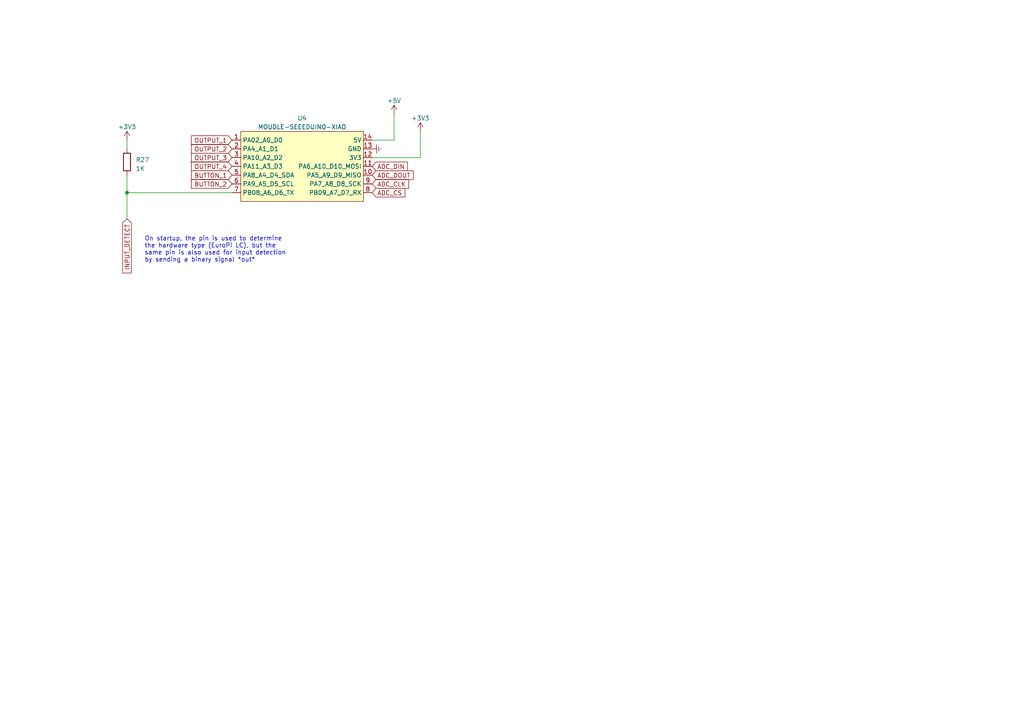
<source format=kicad_sch>
(kicad_sch (version 20230121) (generator eeschema)
  (paper "A4")
  (lib_symbols
    (symbol "Device:R" (pin_numbers hide) (pin_names (offset 0))
      (property "Reference" "R" (at 2.032 0 90))
      (property "Value" "R" (at 0 0 90))
      (symbol "R_0_1"
        (rectangle (start -1.016 -2.54) (end 1.016 2.54) (stroke (width 0.254)))
      )
      (symbol "R_1_1"
        (pin passive line (at 0 3.81 270) (length 1.27) (name "~") (number "1"))
        (pin passive line (at 0 -3.81 90) (length 1.27) (name "~") (number "2"))
      )
    )
    (symbol "MOUDLE-SEEEDUINO-XIAO:MOUDLE-SEEEDUINO-XIAO"
      (property "Reference" "U" (at -16.51 11.43 0))
      (property "Value" "MOUDLE-SEEEDUINO-XIAO" (at -3.81 -11.43 0))
      (symbol "MOUDLE-SEEEDUINO-XIAO_1_1"
        (rectangle (start -16.51 10.16) (end 19.05 -10.16) (fill (type background)))
        (pin unspecified line (at -19.05 7.62 0) (length 2.54) (name "PA02_A0_D0") (number "1"))
        (pin unspecified line (at 21.59 -2.54 180) (length 2.54) (name "PA5_A9_D9_MISO") (number "10"))
        (pin unspecified line (at 21.59 0 180) (length 2.54) (name "PA6_A10_D10_MOSI") (number "11"))
        (pin unspecified line (at 21.59 2.54 180) (length 2.54) (name "3V3") (number "12"))
        (pin unspecified line (at 21.59 5.08 180) (length 2.54) (name "GND") (number "13"))
        (pin unspecified line (at 21.59 7.62 180) (length 2.54) (name "5V") (number "14"))
        (pin unspecified line (at -19.05 5.08 0) (length 2.54) (name "PA4_A1_D1") (number "2"))
        (pin unspecified line (at -19.05 2.54 0) (length 2.54) (name "PA10_A2_D2") (number "3"))
        (pin unspecified line (at -19.0468 0.0151 0) (length 2.54) (name "PA11_A3_D3") (number "4"))
        (pin unspecified line (at -19.05 -2.54 0) (length 2.54) (name "PA8_A4_D4_SDA") (number "5"))
        (pin unspecified line (at -19.05 -5.08 0) (length 2.54) (name "PA9_A5_D5_SCL") (number "6"))
        (pin unspecified line (at -19.05 -7.62 0) (length 2.54) (name "PB08_A6_D6_TX") (number "7"))
        (pin unspecified line (at 21.59 -7.62 180) (length 2.54) (name "PB09_A7_D7_RX") (number "8"))
        (pin unspecified line (at 21.59 -5.08 180) (length 2.54) (name "PA7_A8_D8_SCK") (number "9"))
      )
    )
    (symbol "power:+3V3" (power) (pin_names (offset 0))
      (property "Value" "+3V3" (at 0 3.556 0))
      (symbol "+3V3_0_1"
        (polyline (pts (xy -0.762 1.27) (xy 0 2.54)))
        (polyline (pts (xy 0 0) (xy 0 2.54)))
        (polyline (pts (xy 0 2.54) (xy 0.762 1.27)))
      )
      (symbol "+3V3_1_1"
        (pin power_in line (at 0 0 90) (length 0) hide (name "+3V3") (number "1"))
      )
    )
    (symbol "power:+5V" (power) (pin_names (offset 0))
      (property "Value" "+5V" (at 0 3.556 0))
      (symbol "+5V_0_1"
        (polyline (pts (xy -0.762 1.27) (xy 0 2.54)))
        (polyline (pts (xy 0 0) (xy 0 2.54)))
        (polyline (pts (xy 0 2.54) (xy 0.762 1.27)))
      )
      (symbol "+5V_1_1"
        (pin power_in line (at 0 0 90) (length 0) hide (name "+5V") (number "1"))
      )
    )
    (symbol "power:Earth" (power) (pin_names (offset 0))
      (symbol "Earth_0_1"
        (polyline (pts (xy -0.635 -1.905) (xy 0.635 -1.905)))
        (polyline (pts (xy -0.127 -2.54) (xy 0.127 -2.54)))
        (polyline (pts (xy 0 -1.27) (xy 0 0)))
        (polyline (pts (xy 1.27 -1.27) (xy -1.27 -1.27)))
      )
      (symbol "Earth_1_1"
        (pin power_in line (at 0 0 270) (length 0) hide (name "Earth") (number "1"))
      )
    )
  )
  (junction (at 36.83 55.88))
  (wire (pts (xy 114.3 40.64) (xy 114.3 33.02)))
  (wire (pts (xy 121.92 38.1) (xy 121.92 45.72)))
  (wire (pts (xy 107.95 45.72) (xy 121.92 45.72)))
  (wire (pts (xy 36.83 50.8) (xy 36.83 55.88)))
  (wire (pts (xy 36.83 40.64) (xy 36.83 43.18)))
  (wire (pts (xy 67.31 55.88) (xy 36.83 55.88)))
  (wire (pts (xy 36.83 55.88) (xy 36.83 63.5)))
  (wire (pts (xy 107.95 40.64) (xy 114.3 40.64)))
  (text "On startup, the pin is used to determine\nthe hardware type (EuroPi LC), but the\nsame pin is also used for input detection\nby sending a binary signal *out*" (at 41.91 76.2 0) (effects (font (size 1.27 1.27)) (justify left bottom)))
  (global_label "ADC_CS" (shape input) (at 107.95 55.88 0) (property "Intersheetrefs" "${INTERSHEET_REFS}" (effects hide)))
  (global_label "ADC_CLK" (shape input) (at 107.95 53.34 0) (property "Intersheetrefs" "${INTERSHEET_REFS}" (effects hide)))
  (global_label "OUTPUT_3" (shape input) (at 67.31 45.72 180) (property "Intersheetrefs" "${INTERSHEET_REFS}" (effects hide)))
  (global_label "OUTPUT_1" (shape input) (at 67.31 40.64 180) (property "Intersheetrefs" "${INTERSHEET_REFS}" (effects hide)))
  (global_label "INPUT_DETECT" (shape input) (at 36.83 63.5 270) (property "Intersheetrefs" "${INTERSHEET_REFS}" (effects hide)))
  (global_label "OUTPUT_2" (shape input) (at 67.31 43.18 180) (property "Intersheetrefs" "${INTERSHEET_REFS}" (effects hide)))
  (global_label "BUTTON_1" (shape input) (at 67.31 50.8 180) (property "Intersheetrefs" "${INTERSHEET_REFS}" (effects hide)))
  (global_label "ADC_DOUT" (shape input) (at 107.95 50.8 0) (property "Intersheetrefs" "${INTERSHEET_REFS}" (effects hide)))
  (global_label "ADC_DIN" (shape input) (at 107.95 48.26 0) (property "Intersheetrefs" "${INTERSHEET_REFS}" (effects hide)))
  (global_label "BUTTON_2" (shape input) (at 67.31 53.34 180) (property "Intersheetrefs" "${INTERSHEET_REFS}" (effects hide)))
  (global_label "OUTPUT_4" (shape input) (at 67.3132 48.2449 180) (property "Intersheetrefs" "${INTERSHEET_REFS}" (effects hide)))
  (symbol (lib_id "power:+3V3") (at 36.83 40.64 0) (unit 1)
    (property "Reference" "#PWR051" (effects hide))
    (property "Value" "+3V3" (at 36.83 36.83 0))
  )
  (symbol (lib_id "power:+3V3") (at 121.92 38.1 0) (unit 1)
    (property "Reference" "#PWR052" (effects hide))
    (property "Value" "+3V3" (at 121.92 34.29 0))
  )
  (symbol (lib_id "power:+5V") (at 114.3 33.02 0) (unit 1)
    (property "Reference" "#PWR039" (effects hide))
    (property "Value" "+5V" (at 114.3 29.21 0))
  )
  (symbol (lib_id "power:Earth") (at 107.95 43.18 90) (unit 1)
    (property "Reference" "#PWR050" (effects hide))
    (property "Value" "Earth" (effects hide))
  )
  (symbol (lib_id "Device:R") (at 36.83 46.99 0) (unit 1)
    (property "Reference" "R27" (at 39.37 46.355 0) (effects (justify left)))
    (property "Value" "1K" (at 39.37 48.895 0) (effects (justify left)))
    (property "Footprint" "Resistor_SMD:R_0402_1005Metric" (effects hide))
    (property "JLC" "C11702" (effects hide))
  )
  (symbol (lib_id "MOUDLE-SEEEDUINO-XIAO:MOUDLE-SEEEDUINO-XIAO") (at 86.36 48.26 0) (unit 1)
    (property "Reference" "U4" (at 87.63 34.29 0))
    (property "Value" "MOUDLE-SEEEDUINO-XIAO" (at 87.63 36.83 0))
    (property "Footprint" "XIAO_PCB:MOUDLE14P-2.54-21X17.8MM" (effects hide))
  )
  (sheet (at 309.88 13.97) (size 35.56 20.32) (stroke (width 0.1524))
    (property "Sheetname" "power" (at 309.88 13.2584 0) (effects (justify left bottom)))
    (property "Sheetfile" "power.kicad_sch" (at 309.88 34.8746 0) (effects (justify left top)))
  )
  (sheet (at 309.88 97.79) (size 35.56 17.78) (stroke (width 0.1524))
    (property "Sheetname" "controls" (at 309.88 97.0784 0) (effects (justify left bottom)))
    (property "Sheetfile" "controls.kicad_sch" (at 309.88 116.1546 0) (effects (justify left top)))
  )
  (sheet (at 309.88 69.85) (size 35.56 19.05) (stroke (width 0.1524))
    (property "Sheetname" "inputs" (at 309.88 69.1384 0) (effects (justify left bottom)))
    (property "Sheetfile" "inputs.kicad_sch" (at 309.88 89.4846 0) (effects (justify left top)))
  )
  (sheet (at 309.88 41.91) (size 35.56 20.32) (stroke (width 0.1524))
    (property "Sheetname" "outputs" (at 309.88 41.1984 0) (effects (justify left bottom)))
    (property "Sheetfile" "outputs.kicad_sch" (at 309.88 62.8146 0) (effects (justify left top)))
  )
)
</source>
